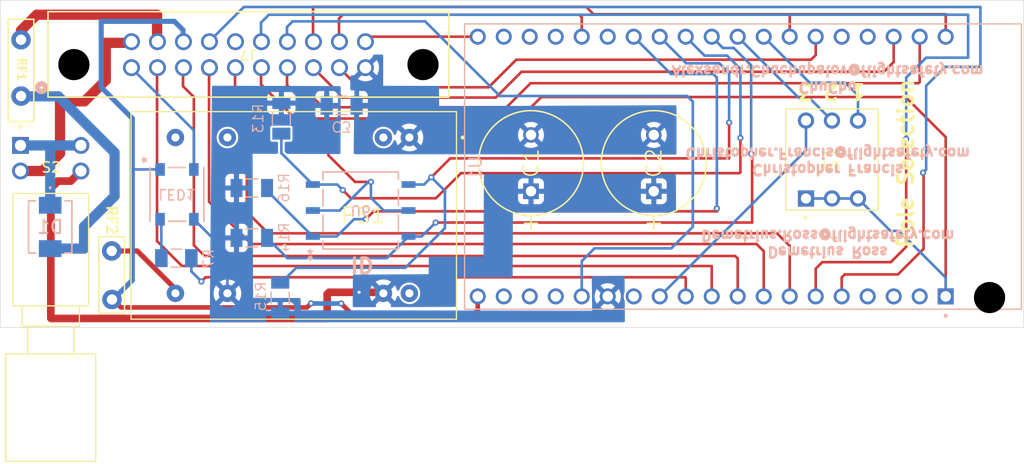
<source format=kicad_pcb>
(kicad_pcb (version 20241229) (generator "pcbnew") (generator_version "9.0")
  (layers (0 "F.Cu" signal) (2 "B.Cu" signal) (13 "F.Paste" user) (15 "B.Paste" user) (5 "F.SilkS" user "F.Silkscreen") (7 "B.SilkS" user "B.Silkscreen") (1 "F.Mask" user) (3 "B.Mask" user) (25 "Edge.Cuts" user))
  (net 0 "")
  (net 1 "+VIN")
  (net 2 "-Vin")
  (net 3 "ESP_GND2")
  (net 4 "+24V")
  (net 5 "GPIO_2")
  (net 6 "CLK")
  (net 7 "GPIO_22")
  (net 8 "+3.3V")
  (net 9 "GPIO_23")
  (net 10 "GPIO_25")
  (net 11 "GPIO_21")
  (net 12 "+VIN-dc")
  (net 13 "GPIO_ANAG_34")
  (net 14 "GPIO_26")
  (net 15 "+VOUT_esp_signal")
  (net 16 "GPIO_33")
  (net 17 "GPIO_ANAG_35")
  (net 18 "GPIO_32")
  (net 19 "GPIO_13")
  (net 20 "GPIO_27")
  (net 21 "Net-(LED1-DIN)")
  (net 26 "GPIO_5")
  (net 27 "GPIO_17")
  (net 28 "GPIO_16")
  (net 29 "GPIO_4")
  (net 30 "GPIO_18")
  (net 31 "GPIO_19")
  (net 32 "GPIO_14")
  (net 47 "/ESP-Board/+VOUT")
  (footprint "footprints:SW_DS01C-254-S-03BE" (layer "F.Cu") (at 177.485 88.2475)
    (property "Reference" "S1" (at 0 0 90) (layer "F.SilkS") (effects (font (size 1.4 1.4))))
    (property "Value" "DS01C-254-S-03BE")
    (fp_line (start -4.52 -4.95) (end 4.52 -4.95) (stroke (width 0.127)) (layer "F.SilkS"))
    (fp_line (start -4.52 4.95) (end -4.52 -4.95) (stroke (width 0.127)) (layer "F.SilkS"))
    (fp_line (start 4.52 -4.95) (end 4.52 4.95) (stroke (width 0.127)) (layer "F.SilkS"))
    (fp_line (start 4.52 4.95) (end -4.52 4.95) (stroke (width 0.127)) (layer "F.SilkS"))
    (fp_circle (center -2.6 5.7) (end -2.5 5.7) (stroke (width 0.2)) (fill no) (layer "F.SilkS"))
    (pad "1A" thru_hole rect (at -2.54 3.81) (size 1.58 1.58) (drill 1) (layers "*.Cu" "*.Mask") (net 8 "+3.3V"))
    (pad "1B" thru_hole circle (at -2.54 -3.81) (size 1.58 1.58) (drill 1) (layers "*.Cu" "*.Mask") (net 32 "GPIO_14"))
    (pad "2A" thru_hole circle (at 0 3.81) (size 1.58 1.58) (drill 1) (layers "*.Cu" "*.Mask") (net 8 "+3.3V"))
    (pad "2B" thru_hole circle (at 0 -3.81) (size 1.58 1.58) (drill 1) (layers "*.Cu" "*.Mask") (net 30 "GPIO_18"))
    (pad "3A" thru_hole circle (at 2.54 3.81) (size 1.58 1.58) (drill 1) (layers "*.Cu" "*.Mask") (net 8 "+3.3V"))
    (pad "3B" thru_hole circle (at 2.54 -3.81) (size 1.58 1.58) (drill 1) (layers "*.Cu" "*.Mask") (net 31 "GPIO_19"))
  )
  (footprint "footprints:PCAP_10x12_5-THRU-ELECT_NCA" (layer "F.Cu") (at 148.074919 91.353665 90)
    (property "Reference" "C1" (at 2.7559 0 90) (layer "F.SilkS") (effects (font (size 1.5 1.5))))
    (property "Value" "UHE2A470MPD")
    (fp_line (start -3.1369 -0.635) (end -3.1369 0.635) (stroke (width 0.1524)) (layer "F.SilkS"))
    (fp_line (start -3.7719 0) (end -2.5019 0) (stroke (width 0.1524)) (layer "F.SilkS"))
    (fp_circle (center 2.7559 0) (end 7.8867 0) (stroke (width 0.1524)) (fill no) (layer "F.SilkS"))
    (pad "1" thru_hole rect (at 0 0 90) (size 1.524 1.524) (drill 1.016) (layers "*.Cu" "*.Mask") (net 1 "+VIN"))
    (pad "2" thru_hole circle (at 5.5118 0 90) (size 1.524 1.524) (drill 1.016) (layers "*.Cu" "*.Mask") (net 2 "-Vin"))
  )
  (footprint "" (layer "F.Cu") (at 192.88 101.75)
    (property "Reference" "" (at 0 0 0) (layer "F.SilkS") (effects (font (size 1.27 1.27))))
    (property "Value" "")
    (pad "" np_thru_hole circle (at 0 0 180) (size 3.048 3.048) (drill 3.048) (layers))
  )
  (footprint "footprints:PCAP_10x12_5-THRU-ELECT_NCA" (layer "F.Cu") (at 160.074919 91.353665 90)
    (property "Reference" "C2" (at 2.7559 0 90) (layer "F.SilkS") (effects (font (size 1.5 1.5))))
    (property "Value" "UHE2A470MPD")
    (fp_line (start -3.1369 -0.635) (end -3.1369 0.635) (stroke (width 0.1524)) (layer "F.SilkS"))
    (fp_line (start -3.7719 0) (end -2.5019 0) (stroke (width 0.1524)) (layer "F.SilkS"))
    (fp_circle (center 2.7559 0) (end 7.8867 0) (stroke (width 0.1524)) (fill no) (layer "F.SilkS"))
    (pad "1" thru_hole rect (at 0 0 90) (size 1.524 1.524) (drill 1.016) (layers "*.Cu" "*.Mask") (net 1 "+VIN"))
    (pad "2" thru_hole circle (at 5.5118 0 90) (size 1.524 1.524) (drill 1.016) (layers "*.Cu" "*.Mask") (net 2 "-Vin"))
  )
  (footprint "footprints:SW_PB400EEQR1BLK" (layer "F.Cu") (at 101.15 88.1214 -90)
    (property "Reference" "S2" (at 0.9 -0.05 180) (layer "F.SilkS"))
    (property "Value" "PB400EEQR1BLK")
    (fp_line (start 19.14 4.4) (end 19.14 2.25) (stroke (width 0.127)) (layer "F.SilkS"))
    (fp_line (start 29.64 4.4) (end 19.14 4.4) (stroke (width 0.127)) (layer "F.SilkS"))
    (fp_line (start 3.44 3.7) (end 14.44 3.7) (stroke (width 0.127)) (layer "F.SilkS"))
    (fp_line (start 14.44 3.7) (end 14.44 2.8) (stroke (width 0.127)) (layer "F.SilkS"))
    (fp_line (start 14.44 2.8) (end 14.44 -2.8) (stroke (width 0.127)) (layer "F.SilkS"))
    (fp_line (start 16.44 2.8) (end 14.44 2.8) (stroke (width 0.127)) (layer "F.SilkS"))
    (fp_line (start 16.44 2.25) (end 16.44 2.8) (stroke (width 0.127)) (layer "F.SilkS"))
    (fp_line (start 19.14 2.25) (end 16.44 2.25) (stroke (width 0.127)) (layer "F.SilkS"))
    (fp_line (start 16.44 -2.25) (end 16.44 2.25) (stroke (width 0.127)) (layer "F.SilkS"))
    (fp_line (start 16.44 -2.25) (end 19.14 -2.25) (stroke (width 0.127)) (layer "F.SilkS"))
    (fp_line (start 19.14 -2.25) (end 19.14 2.25) (stroke (width 0.127)) (layer "F.SilkS"))
    (fp_line (start 19.14 -2.25) (end 19.14 -4.4) (stroke (width 0.127)) (layer "F.SilkS"))
    (fp_line (start 14.44 -2.8) (end 16.44 -2.8) (stroke (width 0.127)) (layer "F.SilkS"))
    (fp_line (start 14.44 -2.8) (end 14.44 -3.7) (stroke (width 0.127)) (layer "F.SilkS"))
    (fp_line (start 16.44 -2.8) (end 16.44 -2.25) (stroke (width 0.127)) (layer "F.SilkS"))
    (fp_line (start 3.44 -3.7) (end 3.44 3.7) (stroke (width 0.127)) (layer "F.SilkS"))
    (fp_line (start 14.44 -3.7) (end 3.44 -3.7) (stroke (width 0.127)) (layer "F.SilkS"))
    (fp_line (start 19.14 -4.4) (end 29.64 -4.4) (stroke (width 0.127)) (layer "F.SilkS"))
    (fp_line (start 29.64 -4.4) (end 29.64 4.4) (stroke (width 0.127)) (layer "F.SilkS"))
    (fp_circle (center -3.08 2.953) (end -2.98 2.953) (stroke (width 0.2)) (fill no) (layer "F.SilkS"))
    (pad "" np_thru_hole circle (at 12.65 -2.2 270) (size 1.9 1.9) (drill 1.9) (layers "*.Cu" "*.Mask"))
    (pad "" np_thru_hole circle (at 12.65 2.2 270) (size 1.9 1.9) (drill 1.9) (layers "*.Cu" "*.Mask"))
    (pad "1" thru_hole rect (at -1.25 2.95 270) (size 1.65 1.65) (drill 1.1) (layers "*.Cu" "*.Mask") (net 4 "+24V"))
    (pad "2" thru_hole circle (at 1.25 2.95 270) (size 1.65 1.65) (drill 1.1) (layers "*.Cu" "*.Mask") (net 1 "+VIN"))
    (pad "3" thru_hole circle (at -1.25 -2.95 270) (size 1.65 1.65) (drill 1.1) (layers "*.Cu" "*.Mask") (net 4 "+24V"))
    (pad "4" thru_hole circle (at 1.25 -2.95 270) (size 1.65 1.65) (drill 1.1) (layers "*.Cu" "*.Mask") (net 1 "+VIN"))
  )
  (footprint "footprints:PTC_RESET_FUSE" (layer "F.Cu") (at 98.25 76.53 -90)
    (property "Reference" "RF1" (at 2.9 -0.075 -90) (layer "F.SilkS") (effects (font (size 0.8 0.8) (thickness 0.1875))))
    (property "Value" "~" (hide yes))
    (fp_rect (start -2 -1.25) (end 8 1.25) (stroke (width 0.1524)) (fill no) (layer "F.SilkS"))
    (pad "1" thru_hole circle (at 0 0 270) (size 1.9 1.9) (drill 1.016) (layers "*.Cu" "*.Mask") (net 12 "+VIN-dc"))
    (pad "2" thru_hole circle (at 5.5118 0 270) (size 1.9 1.9) (drill 1.016) (layers "*.Cu" "*.Mask") (net 1 "+VIN"))
  )
  (footprint "footprints:CONV_REC5A-2405SW_H2" (layer "F.Cu") (at 124.895 93.715 180)
    (property "Reference" "PS1" (at -6.77 0 0) (layer "F.SilkS") (effects (font (size 1.5 1.5))))
    (property "Value" "REC5A-2405SW_H2")
    (fp_line (start 15.9 10.15) (end -15.9 10.15) (stroke (width 0.127)) (layer "F.SilkS"))
    (fp_line (start 15.9 -10.15) (end 15.9 10.15) (stroke (width 0.127)) (layer "F.SilkS"))
    (fp_line (start -15.9 10.15) (end -15.9 -10.15) (stroke (width 0.127)) (layer "F.SilkS"))
    (fp_line (start -15.9 -10.15) (end 15.9 -10.15) (stroke (width 0.127)) (layer "F.SilkS"))
    (fp_circle (center -16.51 7.62) (end -16.41 7.62) (stroke (width 0.2)) (fill no) (layer "F.SilkS"))
    (pad "2" thru_hole circle (at -11.3 7.62 180) (size 1.7 1.7) (drill 0.8) (layers "*.Cu" "*.Mask") (net 2 "-Vin"))
    (pad "3" thru_hole circle (at -8.76 7.62 180) (size 1.7 1.7) (drill 0.8) (layers "*.Cu" "*.Mask"))
    (pad "9" thru_hole circle (at 6.48 7.62 180) (size 1.7 1.7) (drill 0.8) (layers "*.Cu" "*.Mask"))
    (pad "11" thru_hole circle (at 11.56 7.62 180) (size 1.7 1.7) (drill 0.8) (layers "*.Cu" "*.Mask"))
    (pad "14" thru_hole circle (at 11.56 -7.62 180) (size 1.7 1.7) (drill 0.8) (layers "*.Cu" "*.Mask") (net 47 "/ESP-Board/+VOUT"))
    (pad "16" thru_hole circle (at 6.48 -7.62 180) (size 1.7 1.7) (drill 0.8) (layers "*.Cu" "*.Mask") (net 3 "ESP_GND2"))
    (pad "22" thru_hole circle (at -8.76 -7.62 180) (size 1.7 1.7) (drill 0.8) (layers "*.Cu" "*.Mask") (net 1 "+VIN"))
    (pad "23" thru_hole circle (at -11.3 -7.62 180) (size 1.7 1.7) (drill 0.8) (layers "*.Cu" "*.Mask"))
  )
  (footprint "footprints:PTC_RESET_FUSE" (layer "F.Cu") (at 107.111066 96.79125 -90)
    (property "Reference" "RF2" (at -2.63125 0 270) (layer "F.SilkS") (effects (font (thickness 0.2) (bold yes))))
    (property "Value" "~" (hide yes))
    (fp_rect (start -1 -1.25) (end 6.5 1.25) (stroke (width 0.1524)) (fill no) (layer "F.SilkS"))
    (pad "1" thru_hole circle (at 0.4 0 270) (size 1.9 1.9) (drill 1.016) (layers "*.Cu" "*.Mask") (net 47 "/ESP-Board/+VOUT"))
    (pad "2" thru_hole circle (at 5.15 -0.025 270) (size 1.9 1.9) (drill 1.016) (layers "*.Cu" "*.Mask") (net 15 "+VOUT_esp_signal"))
  )
  (footprint "footprints:20_pin_straight" (layer "F.Cu") (at 109.04 79.2625 180)
    (property "Reference" "J7" (at -11.43 1.27 180) (layer "F.SilkS"))
    (property "Value" "20-pin-straight")
    (fp_line (start 8.1534 5.4737) (end 8.1534 -2.8829) (stroke (width 0.1524)) (layer "F.SilkS"))
    (fp_line (start 8.1534 -2.8829) (end -31.0134 -2.8829) (stroke (width 0.1524)) (layer "F.SilkS"))
    (fp_line (start -31.0134 5.4737) (end 8.1534 5.4737) (stroke (width 0.1524)) (layer "F.SilkS"))
    (fp_line (start -31.0134 -2.8829) (end -31.0134 5.4737) (stroke (width 0.1524)) (layer "F.SilkS"))
    (fp_circle (center 8.7884 -1.95) (end 9.1694 -1.95) (stroke (width 0.508)) (fill no) (layer "F.SilkS"))
    (fp_circle (center 8.7884 -1.95) (end 9.1694 -1.95) (stroke (width 0.508)) (fill no) (layer "B.SilkS"))
    (pad "" np_thru_hole circle (at -28.4861 0.299999 180) (size 3.048 3.048) (drill 3.048) (layers))
    (pad "" np_thru_hole circle (at 5.6261 0.299999 180) (size 3.048 3.048) (drill 3.048) (layers))
    (pad "1" thru_hole circle (at 0 0 180) (size 1.651 1.651) (drill 1.143) (layers "*.Cu" "*.Mask") (net 20 "GPIO_27"))
    (pad "2" thru_hole circle (at -2.54 0 180) (size 1.651 1.651) (drill 1.143) (layers "*.Cu" "*.Mask") (net 14 "GPIO_26"))
    (pad "3" thru_hole circle (at -5.08 0 180) (size 1.651 1.651) (drill 1.143) (layers "*.Cu" "*.Mask") (net 10 "GPIO_25"))
    (pad "4" thru_hole circle (at -7.62 0 180) (size 1.651 1.651) (drill 1.143) (layers "*.Cu" "*.Mask") (net 16 "GPIO_33"))
    (pad "5" thru_hole circle (at -10.16 0 180) (size 1.651 1.651) (drill 1.143) (layers "*.Cu" "*.Mask") (net 18 "GPIO_32"))
    (pad "6" thru_hole circle (at -12.7 0 180) (size 1.651 1.651) (drill 1.143) (layers "*.Cu" "*.Mask") (net 8 "+3.3V"))
    (pad "7" thru_hole circle (at -15.24 0 180) (size 1.651 1.651) (drill 1.143) (layers "*.Cu" "*.Mask") (net 9 "GPIO_23"))
    (pad "8" thru_hole circle (at -17.78 0 180) (size 1.651 1.651) (drill 1.143) (layers "*.Cu" "*.Mask") (net 7 "GPIO_22"))
    (pad "9" thru_hole circle (at -20.32 0 180) (size 1.651 1.651) (drill 1.143) (layers "*.Cu" "*.Mask") (net 11 "GPIO_21"))
    (pad "10" thru_hole circle (at -22.86 0 180) (size 1.651 1.651) (drill 1.143) (layers "*.Cu" "*.Mask") (net 2 "-Vin"))
    (pad "11" thru_hole circle (at 0 2.54 180) (size 1.651 1.651) (drill 1.143) (layers "*.Cu" "*.Mask") (net 1 "+VIN"))
    (pad "12" thru_hole circle (at -2.54 2.54 180) (size 1.651 1.651) (drill 1.143) (layers "*.Cu" "*.Mask") (net 12 "+VIN-dc"))
    (pad "13" thru_hole circle (at -5.08 2.54 180) (size 1.651 1.651) (drill 1.143) (layers "*.Cu" "*.Mask") (net 15 "+VOUT_esp_signal"))
    (pad "14" thru_hole circle (at -7.62 2.54 180) (size 1.651 1.651) (drill 1.143) (layers "*.Cu" "*.Mask") (net 13 "GPIO_ANAG_34"))
    (pad "15" thru_hole circle (at -10.16 2.54 180) (size 1.651 1.651) (drill 1.143) (layers "*.Cu" "*.Mask"))
    (pad "16" thru_hole circle (at -12.7 2.54 180) (size 1.651 1.651) (drill 1.143) (layers "*.Cu" "*.Mask") (net 17 "GPIO_ANAG_35"))
    (pad "17" thru_hole circle (at -15.24 2.54 180) (size 1.651 1.651) (drill 1.143) (layers "*.Cu" "*.Mask") (net 19 "GPIO_13"))
    (pad "18" thru_hole circle (at -17.78 2.54 180) (size 1.651 1.651) (drill 1.143) (layers "*.Cu" "*.Mask") (net 3 "ESP_GND2"))
    (pad "19" thru_hole circle (at -20.32 2.54 180) (size 1.651 1.651) (drill 1.143) (layers "*.Cu" "*.Mask") (net 5 "GPIO_2"))
    (pad "20" thru_hole circle (at -22.86 2.54 180) (size 1.651 1.651) (drill 1.143) (layers "*.Cu" "*.Mask") (net 6 "CLK"))
  )
  (footprint "footprints:COM-16347_SPK" (layer "B.Cu") (at 113.484999 91.655 -90)
    (property "Reference" "LED1" (at 0 0 180) (layer "B.SilkS") (effects (justify mirror)))
    (property "Value" "COM-16347")
    (fp_line (start 2.6289 2.6289) (end -2.6289 2.6289) (stroke (width 0.1524)) (layer "B.SilkS"))
    (fp_line (start -2.6289 0.847359) (end -2.6289 -0.847359) (stroke (width 0.1524)) (layer "B.SilkS"))
    (fp_line (start 2.6289 -0.847359) (end 2.6289 0.847359) (stroke (width 0.1524)) (layer "B.SilkS"))
    (fp_line (start -2.6289 -2.6289) (end 2.6289 -2.6289) (stroke (width 0.1524)) (layer "B.SilkS"))
    (fp_text user "*" (at -3.37 2.859999 90) (layer "B.SilkS") (effects (justify mirror)))
    (fp_text user "*" (at -3.37 2.859999 90) (layer "B.SilkS") (effects (justify mirror)))
    (pad "1" smd rect (at -2.4384 1.649999 270) (size 1.2446 0.9398) (layers "B.Cu" "B.Mask" "B.Paste") (net 15 "+VOUT_esp_signal"))
    (pad "2" smd rect (at -2.4384 -1.649999 270) (size 1.2446 0.9398) (layers "B.Cu" "B.Mask" "B.Paste") (net 20 "GPIO_27"))
    (pad "3" smd rect (at 2.4384 -1.649999 270) (size 1.2446 0.9398) (layers "B.Cu" "B.Mask" "B.Paste") (net 3 "ESP_GND2"))
    (pad "4" smd rect (at 2.4384 1.649999 270) (size 1.2446 0.9398) (layers "B.Cu" "B.Mask" "B.Paste") (net 21 "Net-(LED1-DIN)"))
  )
  (footprint "footprints:SH-7070TB_7P1X7P3_NDC" (layer "B.Cu") (at 131.435 93.235)
    (property "Reference" "U6" (at 0 0 180) (layer "B.SilkS") (effects (justify mirror)))
    (property "Value" "SH-7070TB")
    (fp_line (start -3.683 -3.7719) (end 3.683 -3.7719) (stroke (width 0.1524)) (layer "B.SilkS"))
    (fp_line (start -3.683 -3.003665) (end -3.683 -3.7719) (stroke (width 0.1524)) (layer "B.SilkS"))
    (fp_line (start -3.683 -0.463665) (end -3.683 -2.076335) (stroke (width 0.1524)) (layer "B.SilkS"))
    (fp_line (start -3.683 2.076335) (end -3.683 0.463665) (stroke (width 0.1524)) (layer "B.SilkS"))
    (fp_line (start -3.683 3.7719) (end -3.683 3.003665) (stroke (width 0.1524)) (layer "B.SilkS"))
    (fp_line (start 3.683 -3.7719) (end 3.683 -3.003665) (stroke (width 0.1524)) (layer "B.SilkS"))
    (fp_line (start 3.683 -2.076335) (end 3.683 -0.463665) (stroke (width 0.1524)) (layer "B.SilkS"))
    (fp_line (start 3.683 0.463665) (end 3.683 2.076335) (stroke (width 0.1524)) (layer "B.SilkS"))
    (fp_line (start 3.683 3.003665) (end 3.683 3.7719) (stroke (width 0.1524)) (layer "B.SilkS"))
    (fp_line (start 3.683 3.7719) (end -3.683 3.7719) (stroke (width 0.1524)) (layer "B.SilkS"))
    (fp_text user "*" (at -4.9276 4.3434 180) (layer "B.SilkS") (effects (justify mirror)))
    (fp_text user "*" (at -4.9276 4.3434 180) (layer "B.SilkS") (effects (justify mirror)))
    (pad "1" smd rect (at -4.6736 2.54) (size 1.3716 0.6604) (layers "B.Cu" "B.Mask" "B.Paste") (net 29 "GPIO_4"))
    (pad "2" smd rect (at -4.6736 0) (size 1.3716 0.6604) (layers "B.Cu" "B.Mask" "B.Paste") (net 8 "+3.3V"))
    (pad "3" smd rect (at -4.6736 -2.54) (size 1.3716 0.6604) (layers "B.Cu" "B.Mask" "B.Paste") (net 27 "GPIO_17"))
    (pad "4" smd rect (at 4.6736 -2.54) (size 1.3716 0.6604) (layers "B.Cu" "B.Mask" "B.Paste") (net 28 "GPIO_16"))
    (pad "5" smd rect (at 4.6736 0) (size 1.3716 0.6604) (layers "B.Cu" "B.Mask" "B.Paste") (net 8 "+3.3V"))
    (pad "6" smd rect (at 4.6736 2.54) (size 1.3716 0.6604) (layers "B.Cu" "B.Mask" "B.Paste") (net 26 "GPIO_5"))
  )
  (footprint "footprints:RESC3216X75N" (layer "B.Cu") (at 123.575 101.785 -90)
    (property "Reference" "R15" (at -0.15 1.9 90) (layer "B.SilkS") (effects (font (thickness 0.125)) (justify mirror)))
    (property "Value" "CR1206-FX-1002ELF")
    (fp_line (start -0.59 0.88) (end 0.59 0.88) (stroke (width 0.127)) (layer "B.SilkS"))
    (fp_line (start -0.59 -0.88) (end 0.59 -0.88) (stroke (width 0.127)) (layer "B.SilkS"))
    (pad "1" smd rect (at -1.494 0 270) (size 1.17 1.77) (layers "B.Cu" "B.Mask" "B.Paste") (net 28 "GPIO_16"))
    (pad "2" smd rect (at 1.494 0 270) (size 1.17 1.77) (layers "B.Cu" "B.Mask" "B.Paste") (net 3 "ESP_GND2"))
  )
  (footprint "footprints:RESC3216X75N" (layer "B.Cu") (at 120.795 91.035 180)
    (property "Reference" "R16" (at -3.145 0.025 90) (layer "B.SilkS") (effects (font (thickness 0.125)) (justify mirror)))
    (property "Value" "CR1206-FX-1002ELF")
    (fp_line (start -0.59 0.88) (end 0.59 0.88) (stroke (width 0.127)) (layer "B.SilkS"))
    (fp_line (start -0.59 -0.88) (end 0.59 -0.88) (stroke (width 0.127)) (layer "B.SilkS"))
    (pad "1" smd rect (at -1.494 0 180) (size 1.17 1.77) (layers "B.Cu" "B.Mask" "B.Paste") (net 29 "GPIO_4"))
    (pad "2" smd rect (at 1.494 0 180) (size 1.17 1.77) (layers "B.Cu" "B.Mask" "B.Paste") (net 3 "ESP_GND2"))
  )
  (footprint "footprints:RESC3216X70N" (layer "B.Cu") (at 113.425 97.895)
    (property "Reference" "R7" (at 3.149919 0.069515 90) (layer "B.SilkS") (effects (font (thickness 0.125)) (justify mirror)))
    (property "Value" "CRL1206-FW-R330ELF")
    (fp_line (start -0.53 -0.88) (end 0.53 -0.88) (stroke (width 0.127)) (layer "B.SilkS"))
    (fp_line (start -0.53 0.88) (end 0.53 0.88) (stroke (width 0.127)) (layer "B.SilkS"))
    (pad "1" smd rect (at -1.466 0) (size 1.23 1.77) (layers "B.Cu" "B.Mask" "B.Paste") (net 21 "Net-(LED1-DIN)"))
    (pad "2" smd rect (at 1.466 0) (size 1.23 1.77) (layers "B.Cu" "B.Mask" "B.Paste") (net 20 "GPIO_27"))
  )
  (footprint "footprints:MODULE_ESP32-DEVKITC-32D" (layer "B.Cu") (at 168.835 88.935 90)
    (property "Reference" "U1" (at -0.16 -26.18 90) (layer "B.SilkS") (effects (font (size 1.2 1.2)) (justify mirror)))
    (property "Value" "ESP32-DEVKITC-32D")
    (fp_line (start 13.95 -27.25) (end -13.95 -27.25) (stroke (width 0.127)) (layer "B.SilkS"))
    (fp_line (start -13.95 -27.25) (end -13.95 27.15) (stroke (width 0.127)) (layer "B.SilkS"))
    (fp_line (start 13.95 27.15) (end 13.95 -27.25) (stroke (width 0.127)) (layer "B.SilkS"))
    (fp_line (start -13.95 27.15) (end 13.95 27.15) (stroke (width 0.127)) (layer "B.SilkS"))
    (fp_circle (center -14.6 19.76) (end -14.5 19.76) (stroke (width 0.2)) (fill no) (layer "B.SilkS"))
    (pad "J2-1" thru_hole rect (at -12.7 19.76 90) (size 1.56 1.56) (drill 1.04) (layers "*.Cu" "*.Mask") (net 8 "+3.3V"))
    (pad "J2-2" thru_hole circle (at -12.7 17.22 90) (size 1.56 1.56) (drill 1.04) (layers "*.Cu" "*.Mask"))
    (pad "J2-3" thru_hole circle (at -12.7 14.68 90) (size 1.56 1.56) (drill 1.04) (layers "*.Cu" "*.Mask"))
    (pad "J2-4" thru_hole circle (at -12.7 12.14 90) (size 1.56 1.56) (drill 1.04) (layers "*.Cu" "*.Mask"))
    (pad "J2-5" thru_hole circle (at -12.7 9.6 90) (size 1.56 1.56) (drill 1.04) (layers "*.Cu" "*.Mask") (net 13 "GPIO_ANAG_34"))
    (pad "J2-6" thru_hole circle (at -12.7 7.06 90) (size 1.56 1.56) (drill 1.04) (layers "*.Cu" "*.Mask") (net 17 "GPIO_ANAG_35"))
    (pad "J2-7" thru_hole circle (at -12.7 4.52 90) (size 1.56 1.56) (drill 1.04) (layers "*.Cu" "*.Mask") (net 18 "GPIO_32"))
    (pad "J2-8" thru_hole circle (at -12.7 1.98 90) (size 1.56 1.56) (drill 1.04) (layers "*.Cu" "*.Mask") (net 16 "GPIO_33"))
    (pad "J2-9" thru_hole circle (at -12.7 -0.56 90) (size 1.56 1.56) (drill 1.04) (layers "*.Cu" "*.Mask") (net 10 "GPIO_25"))
    (pad "J2-10" thru_hole circle (at -12.7 -3.1 90) (size 1.56 1.56) (drill 1.04) (layers "*.Cu" "*.Mask") (net 14 "GPIO_26"))
    (pad "J2-11" thru_hole circle (at -12.7 -5.64 90) (size 1.56 1.56) (drill 1.04) (layers "*.Cu" "*.Mask") (net 20 "GPIO_27"))
    (pad "J2-12" thru_hole circle (at -12.7 -8.18 90) (size 1.56 1.56) (drill 1.04) (layers "*.Cu" "*.Mask") (net 32 "GPIO_14"))
    (pad "J2-13" thru_hole circle (at -12.7 -10.72 90) (size 1.56 1.56) (drill 1.04) (layers "*.Cu" "*.Mask"))
    (pad "J2-14" thru_hole circle (at -12.7 -13.26 90) (size 1.56 1.56) (drill 1.04) (layers "*.Cu" "*.Mask") (net 3 "ESP_GND2"))
    (pad "J2-15" thru_hole circle (at -12.7 -15.8 90) (size 1.56 1.56) (drill 1.04) (layers "*.Cu" "*.Mask") (net 19 "GPIO_13"))
    (pad "J2-16" thru_hole circle (at -12.7 -18.34 90) (size 1.56 1.56) (drill 1.04) (layers "*.Cu" "*.Mask"))
    (pad "J2-17" thru_hole circle (at -12.7 -20.88 90) (size 1.56 1.56) (drill 1.04) (layers "*.Cu" "*.Mask"))
    (pad "J2-18" thru_hole circle (at -12.7 -23.42 90) (size 1.56 1.56) (drill 1.04) (layers "*.Cu" "*.Mask"))
    (pad "J2-19" thru_hole circle (at -12.7 -25.96 90) (size 1.56 1.56) (drill 1.04) (layers "*.Cu" "*.Mask") (net 15 "+VOUT_esp_signal"))
    (pad "J3-1" thru_hole circle (at 12.7 19.76 90) (size 1.56 1.56) (drill 1.04) (layers "*.Cu" "*.Mask") (net 3 "ESP_GND2"))
    (pad "J3-2" thru_hole circle (at 12.7 17.22 90) (size 1.56 1.56) (drill 1.04) (layers "*.Cu" "*.Mask") (net 9 "GPIO_23"))
    (pad "J3-3" thru_hole circle (at 12.7 14.68 90) (size 1.56 1.56) (drill 1.04) (layers "*.Cu" "*.Mask") (net 7 "GPIO_22"))
    (pad "J3-4" thru_hole circle (at 12.7 12.14 90) (size 1.56 1.56) (drill 1.04) (layers "*.Cu" "*.Mask"))
    (pad "J3-5" thru_hole circle (at 12.7 9.6 90) (size 1.56 1.56) (drill 1.04) (layers "*.Cu" "*.Mask"))
    (pad "J3-6" thru_hole circle (at 12.7 7.06 90) (size 1.56 1.56) (drill 1.04) (layers "*.Cu" "*.Mask") (net 11 "GPIO_21"))
    (pad "J3-7" thru_hole circle (at 12.7 4.52 90) (size 1.56 1.56) (drill 1.04) (layers "*.Cu" "*.Mask") (net 3 "ESP_GND2"))
    (pad "J3-8" thru_hole circle (at 12.7 1.98 90) (size 1.56 1.56) (drill 1.04) (layers "*.Cu" "*.Mask") (net 31 "GPIO_19"))
    (pad "J3-9" thru_hole circle (at 12.7 -0.56 90) (size 1.56 1.56) (drill 1.04) (layers "*.Cu" "*.Mask") (net 30 "GPIO_18"))
    (pad "J3-10" thru_hole circle (at 12.7 -3.1 90) (size 1.56 1.56) (drill 1.04) (layers "*.Cu" "*.Mask") (net 26 "GPIO_5"))
    (pad "J3-11" thru_hole circle (at 12.7 -5.64 90) (size 1.56 1.56) (drill 1.04) (layers "*.Cu" "*.Mask") (net 27 "GPIO_17"))
    (pad "J3-12" thru_hole circle (at 12.7 -8.18 90) (size 1.56 1.56) (drill 1.04) (layers "*.Cu" "*.Mask") (net 28 "GPIO_16"))
    (pad "J3-13" thru_hole circle (at 12.7 -10.72 90) (size 1.56 1.56) (drill 1.04) (layers "*.Cu" "*.Mask") (net 29 "GPIO_4"))
    (pad "J3-14" thru_hole circle (at 12.7 -13.26 90) (size 1.56 1.56) (drill 1.04) (layers "*.Cu" "*.Mask"))
    (pad "J3-15" thru_hole circle (at 12.7 -15.8 90) (size 1.56 1.56) (drill 1.04) (layers "*.Cu" "*.Mask") (net 5 "GPIO_2"))
    (pad "J3-16" thru_hole circle (at 12.7 -18.34 90) (size 1.56 1.56) (drill 1.04) (layers "*.Cu" "*.Mask"))
    (pad "J3-17" thru_hole circle (at 12.7 -20.88 90) (size 1.56 1.56) (drill 1.04) (layers "*.Cu" "*.Mask"))
    (pad "J3-18" thru_hole circle (at 12.7 -23.42 90) (size 1.56 1.56) (drill 1.04) (layers "*.Cu" "*.Mask"))
    (pad "J3-19" thru_hole circle (at 12.7 -25.96 90) (size 1.56 1.56) (drill 1.04) (layers "*.Cu" "*.Mask") (net 6 "CLK"))
  )
  (footprint "footprints:DO214AASMB_CIP-L" (layer "B.Cu") (at 101.1 94.8423 -90)
    (property "Reference" "D1" (at 0 0 0) (layer "B.SilkS") (effects (font (size 1.3 1.3) (thickness 0.2)) (justify mirror)))
    (property "Value" "SS34B-HF")
    (fp_line (start -2.5527 2.1209) (end -2.5527 1.43764) (stroke (width 0.1524)) (layer "B.SilkS"))
    (fp_line (start 2.5527 2.1209) (end -2.5527 2.1209) (stroke (width 0.1524)) (layer "B.SilkS"))
    (fp_line (start 2.5527 1.43764) (end 2.5527 2.1209) (stroke (width 0.1524)) (layer "B.SilkS"))
    (fp_line (start -2.5527 -1.43764) (end -2.5527 -2.1209) (stroke (width 0.1524)) (layer "B.SilkS"))
    (fp_line (start -2.5527 -2.1209) (end 2.5527 -2.1209) (stroke (width 0.1524)) (layer "B.SilkS"))
    (fp_line (start 2.5527 -2.1209) (end 2.5527 -1.43764) (stroke (width 0.1524)) (layer "B.SilkS"))
    (fp_circle (center -3.8354 0) (end -3.7592 0) (stroke (width 0.1524)) (fill no) (layer "B.SilkS"))
    (pad "1" smd rect (at -2.1209 0 270) (size 1.651 2.2098) (layers "B.Cu" "B.Mask" "B.Paste") (net 4 "+24V"))
    (pad "2" smd rect (at 2.1209 0 270) (size 1.651 2.2098) (layers "B.Cu" "B.Mask" "B.Paste") (net 1 "+VIN"))
    (zone (net 0) (net_name "") (layer "B.Cu") (connect_pads (clearance 0)) (min_thickness 0.254)
      (keepout (tracks not_allowed) (vias not_allowed) (pads allowed) (copperpour not_allowed) (footprints allowed))
      (fill (thermal_gap 0.508) (thermal_bridge_width 0.508))
      (polygon (pts (xy 99.1569 93.5977) (xy 99.1569 96.0869) (xy 103.0431 96.0869) (xy 103.0431 93.5977)))
    )
  )
  (footprint "footprints:CAPC3216X180N" (layer "B.Cu") (at 129.575 82.955)
    (property "Reference" "C3" (at -0.025 2.075 180) (layer "B.SilkS") (effects (font (thickness 0.125)) (justify mirror)))
    (property "Value" "1000pf/3kV")
    (fp_line (start -0.54 -0.9) (end 0.54 -0.9) (stroke (width 0.127)) (layer "B.SilkS"))
    (fp_line (start -0.54 0.9) (end 0.54 0.9) (stroke (width 0.127)) (layer "B.SilkS"))
    (pad "1" smd rect (at -1.46 0) (size 1.2 1.82) (layers "B.Cu" "B.Mask" "B.Paste") (net 3 "ESP_GND2"))
    (pad "2" smd rect (at 1.46 0) (size 1.2 1.82) (layers "B.Cu" "B.Mask" "B.Paste") (net 2 "-Vin"))
  )
  (footprint "footprints:RESC3216X75N" (layer "B.Cu") (at 120.795 95.915 180)
    (property "Reference" "R14" (at -3.165 0.050485 270) (layer "B.SilkS") (effects (font (thickness 0.125)) (justify mirror)))
    (property "Value" "CR1206-FX-1002ELF")
    (fp_line (start -0.59 0.88) (end 0.59 0.88) (stroke (width 0.127)) (layer "B.SilkS"))
    (fp_line (start -0.59 -0.88) (end 0.59 -0.88) (stroke (width 0.127)) (layer "B.SilkS"))
    (pad "1" smd rect (at -1.494 0 180) (size 1.17 1.77) (layers "B.Cu" "B.Mask" "B.Paste") (net 26 "GPIO_5"))
    (pad "2" smd rect (at 1.494 0 180) (size 1.17 1.77) (layers "B.Cu" "B.Mask" "B.Paste") (net 3 "ESP_GND2"))
  )
  (footprint "footprints:RESC3216X75N" (layer "B.Cu") (at 123.685 84.225 90)
    (property "Reference" "R13" (at 0 -2.265 90) (layer "B.SilkS") (effects (font (thickness 0.125)) (justify mirror)))
    (property "Value" "CR1206-FX-1002ELF")
    (fp_line (start -0.59 -0.88) (end 0.59 -0.88) (stroke (width 0.127)) (layer "B.SilkS"))
    (fp_line (start -0.59 0.88) (end 0.59 0.88) (stroke (width 0.127)) (layer "B.SilkS"))
    (pad "1" smd rect (at -1.494 0 90) (size 1.17 1.77) (layers "B.Cu" "B.Mask" "B.Paste") (net 27 "GPIO_17"))
    (pad "2" smd rect (at 1.494 0 90) (size 1.17 1.77) (layers "B.Cu" "B.Mask" "B.Paste") (net 3 "ESP_GND2"))
  )
  (gr_rect (start 96.22 72.67) (end 196.22 104.67) (stroke (width 0.05)) (fill no) (layer "Edge.Cuts"))
  (gr_text "1 2 3" (at 180.874919 80.714515 180) (layer "F.SilkS") (effects (font (size 1.5 1.5) (thickness 0.3) (bold yes)) (justify left bottom)))
  (gr_text "Role Selection" (at 185.574919 97.064515 90) (layer "F.SilkS") (effects (font (size 1.5 1.5) (thickness 0.3) (bold yes)) (justify left bottom)))
  (gr_text "ID" (at 130.274919 99.564515 0) (layer "B.SilkS") (effects (font (size 1.5 1.5) (thickness 0.3) (bold yes)) (justify left bottom)))
  (gr_text "Demetrius Ross\nDemetrius.Ross@flightsafety.com\n\n\n\nChristopher Francis\nChristopher.Francis@flightsafety.com\n\n\n\nChuChu\nAlexsandr.Chuchupalov@flightsafety.com" (at 177.075 88.435 180) (layer "B.SilkS") (effects (font (size 1 1) (thickness 0.25) (bold yes)) (justify mirror)))
  (segment (start 101.16 91.0605) (end 101.86 90.3605) (width 0.75) (layer "F.Cu") (net 1))
  (segment (start 131.285 101.235) (end 133.975 101.235) (width 0.75) (layer "F.Cu") (net 1))
  (segment (start 128.345 101.235) (end 128.16 101.42) (width 0.75) (layer "F.Cu") (net 1))
  (segment (start 102.06 87.6605) (end 100.3491 89.3714) (width 1) (layer "F.Cu") (net 1))
  (segment (start 128.16 101.42) (end 128.16 103.794) (width 0.75) (layer "F.Cu") (net 1))
  (segment (start 101.16 103.7595) (end 101.16 91.0605) (width 0.75) (layer "F.Cu") (net 1))
  (segment (start 106.535 80.485) (end 104.46 82.56) (width 1) (layer "F.Cu") (net 1))
  (segment (start 103.1109 90.3605) (end 104.1 89.3714) (width 0.75) (layer "F.Cu") (net 1))
  (segment (start 109 76.7225) (end 108.8875 76.835) (width 1) (layer "F.Cu") (net 1))
  (segment (start 104.46 82.56) (end 102.06 82.56) (width 1) (layer "F.Cu") (net 1))
  (segment (start 128.16 103.794) (end 101.1945 103.794) (width 0.75) (layer "F.Cu") (net 1))
  (segment (start 101.1945 103.794) (end 101.16 103.7595) (width 0.75) (layer "F.Cu") (net 1))
  (segment (start 102.06 82.56) (end 102.06 87.6605) (width 1) (layer "F.Cu") (net 1))
  (segment (start 131.285 101.235) (end 128.345 101.235) (width 0.75) (layer "F.Cu") (net 1))
  (segment (start 100.3491 89.3714) (end 98.2 89.3714) (width 1) (layer "F.Cu") (net 1))
  (segment (start 108.8875 76.835) (end 106.535 76.835) (width 1) (layer "F.Cu") (net 1))
  (segment (start 101.86 90.3605) (end 103.1109 90.3605) (width 0.75) (layer "F.Cu") (net 1))
  (segment (start 106.535 76.835) (end 106.535 80.485) (width 1) (layer "F.Cu") (net 1))
  (via (at 131.285 101.235) (size 0.6) (drill 0.3) (layers "F.Cu" "B.Cu") (net 1))
  (segment (start 98.2782 82.07) (end 98.25 82.0418) (width 1) (layer "B.Cu") (net 1))
  (segment (start 104.41 94.81) (end 107.385 91.835) (width 1) (layer "B.Cu") (net 1))
  (segment (start 101.895 82.07) (end 98.2782 82.07) (width 1) (layer "B.Cu") (net 1))
  (segment (start 101.1 96.9632) (end 101.1027 96.9605) (width 1) (layer "B.Cu") (net 1))
  (segment (start 107.385 87.56) (end 101.895 82.07) (width 1) (layer "B.Cu") (net 1))
  (segment (start 107.385 91.835) (end 107.385 87.56) (width 1) (layer "B.Cu") (net 1))
  (segment (start 101.1027 96.9605) (end 104.41 96.9605) (width 1) (layer "B.Cu") (net 1))
  (segment (start 104.41 96.9605) (end 104.41 94.81) (width 1) (layer "B.Cu") (net 1))
  (segment (start 154.19 74.04) (end 153.46 73.31) (width 0.254) (layer "F.Cu") (net 3))
  (segment (start 126.86 73.31) (end 126.78 73.39) (width 0.254) (layer "F.Cu") (net 3))
  (segment (start 126.78 73.39) (end 126.78 76.7225) (width 0.254) (layer "F.Cu") (net 3))
  (segment (start 173.38 74.04) (end 154.19 74.04) (width 0.254) (layer "F.Cu") (net 3))
  (segment (start 153.46 73.31) (end 126.86 73.31) (width 0.254) (layer "F.Cu") (net 3))
  (segment (start 188.595 74.04) (end 188.595 76.235) (width 0.254) (layer "F.Cu") (net 3))
  (segment (start 173.355 76.235) (end 173.355 74.065) (width 0.254) (layer "F.Cu") (net 3))
  (segment (start 173.38 74.04) (end 188.595 74.04) (width 0.254) (layer "F.Cu") (net 3))
  (segment (start 173.355 74.065) (end 173.38 74.04) (width 0.2) (layer "F.Cu") (net 3))
  (segment (start 118.415 97.373402) (end 118.415 101.335) (width 0.254) (layer "B.Cu") (net 3))
  (segment (start 115.134998 94.0934) (end 118.415 97.373402) (width 0.254) (layer "B.Cu") (net 3))
  (segment (start 101.1 92.7214) (end 101.1 86.9214) (width 1) (layer "B.Cu") (net 4))
  (segment (start 101.05 86.8714) (end 98.2 86.8714) (width 1) (layer "B.Cu") (net 4))
  (segment (start 101.15 86.8714) (end 104.1 86.8714) (width 1) (layer "B.Cu") (net 4))
  (segment (start 101.16 87.9105) (end 101.21 87.8605) (width 0.254) (layer "B.Cu") (net 4))
  (segment (start 101.16 87.9105) (end 101.11 87.8605) (width 0.254) (layer "B.Cu") (net 4))
  (segment (start 153.035 76.235) (end 153.035 74.335) (width 0.254) (layer "F.Cu") (net 5))
  (segment (start 129.32 74.45) (end 129.32 76.7225) (width 0.254) (layer "F.Cu") (net 5))
  (segment (start 153.035 74.335) (end 152.785 74.085) (width 0.254) (layer "F.Cu") (net 5))
  (segment (start 152.785 74.085) (end 129.685 74.085) (width 0.254) (layer "F.Cu") (net 5))
  (segment (start 152.635 75.8475) (end 152.635 75.835) (width 0.254) (layer "F.Cu") (net 5))
  (segment (start 129.685 74.085) (end 129.32 74.45) (width 0.254) (layer "F.Cu") (net 5))
  (segment (start 142.875 76.235) (end 132.3475 76.235) (width 0.254) (layer "F.Cu") (net 6))
  (segment (start 131.86 76.7225) (end 131.8725 76.735) (width 0.254) (layer "F.Cu") (net 6))
  (segment (start 132.3475 76.235) (end 131.86 76.7225) (width 0.254) (layer "F.Cu") (net 6))
  (segment (start 142.4625 75.835) (end 142.475 75.8475) (width 0.254) (layer "F.Cu") (net 6))
  (segment (start 129.32 81.8025) (end 126.78 79.2625) (width 0.254) (layer "F.Cu") (net 7))
  (segment (start 183.515 76.235) (end 183.515 78.705) (width 0.254) (layer "F.Cu") (net 7))
  (segment (start 129.635 82.185) (end 129.32 81.87) (width 0.254) (layer "F.Cu") (net 7))
  (segment (start 147.1575 79.6625) (end 144.635 82.185) (width 0.254) (layer "F.Cu") (net 7))
  (segment (start 183.515 78.705) (end 182.5575 79.6625) (width 0.254) (layer "F.Cu") (net 7))
  (segment (start 182.5575 79.6625) (end 147.1575 79.6625) (width 0.254) (layer "F.Cu") (net 7))
  (segment (start 144.635 82.185) (end 129.635 82.185) (width 0.254) (layer "F.Cu") (net 7))
  (segment (start 129.32 81.87) (end 129.32 81.8025) (width 0.254) (layer "F.Cu") (net 7))
  (segment (start 128.285 84.235) (end 146.985 84.235) (width 0.254) (layer "F.Cu") (net 8))
  (segment (start 146.985 84.235) (end 149.085 82.135) (width 0.254) (layer "F.Cu") (net 8))
  (segment (start 149.085 82.135) (end 184.6725 82.135) (width 0.254) (layer "F.Cu") (net 8))
  (segment (start 128.285 84.235) (end 125.035 84.235) (width 0.254) (layer "F.Cu") (net 8))
  (segment (start 188.595 86.0575) (end 188.595 101.635) (width 0.254) (layer "F.Cu") (net 8))
  (segment (start 121.7 80.9) (end 121.7 79.2625) (width 0.254) (layer "F.Cu") (net 8))
  (segment (start 184.6725 82.135) (end 188.595 86.0575) (width 0.254) (layer "F.Cu") (net 8))
  (segment (start 132.435 90.435) (end 130.885 90.435) (width 0.254) (layer "F.Cu") (net 8))
  (segment (start 128.285 87.835) (end 128.285 84.235) (width 0.254) (layer "F.Cu") (net 8))
  (segment (start 130.885 90.435) (end 128.285 87.835) (width 0.254) (layer "F.Cu") (net 8))
  (segment (start 125.035 84.235) (end 121.7 80.9) (width 0.254) (layer "F.Cu") (net 8))
  (via (at 132.435 90.435) (size 0.6) (drill 0.3) (layers "F.Cu" "B.Cu") (net 8))
  (segment (start 132.435 91.985) (end 133.685 93.235) (width 0.254) (layer "B.Cu") (net 8))
  (segment (start 188.595 99.795) (end 184.035 95.235) (width 0.254) (layer "B.Cu") (net 8))
  (segment (start 132.185 90.435) (end 129.385 93.235) (width 0.254) (layer "B.Cu") (net 8))
  (segment (start 180.025 92.0575) (end 177.485 92.0575) (width 0.254) (layer "B.Cu") (net 8))
  (segment (start 183.2025 95.235) (end 180.025 92.0575) (width 0.254) (layer "B.Cu") (net 8))
  (segment (start 129.385 93.235) (end 126.7614 93.235) (width 0.254) (layer "B.Cu") (net 8))
  (segment (start 132.435 90.435) (end 132.185 90.435) (width 0.254) (layer "B.Cu") (net 8))
  (segment (start 188.595 101.635) (end 188.595 99.795) (width 0.254) (layer "B.Cu") (net 8))
  (segment (start 133.685 93.235) (end 136.1086 93.235) (width 0.254) (layer "B.Cu") (net 8))
  (segment (start 132.435 90.435) (end 132.435 91.985) (width 0.254) (layer "B.Cu") (net 8))
  (segment (start 177.485 92.0575) (end 174.945 92.0575) (width 0.254) (layer "B.Cu") (net 8))
  (segment (start 184.035 95.235) (end 183.2025 95.235) (width 0.254) (layer "B.Cu") (net 8))
  (segment (start 148.035 80.785) (end 145.685 83.135) (width 0.254) (layer "F.Cu") (net 9))
  (segment (start 125.44 82.18) (end 124.24 80.98) (width 0.254) (layer "F.Cu") (net 9))
  (segment (start 124.24 80.98) (end 124.24 79.2625) (width 0.254) (layer "F.Cu") (net 9))
  (segment (start 186.055 80.665) (end 185.935 80.785) (width 0.254) (layer "F.Cu") (net 9))
  (segment (start 145.685 83.135) (end 127.735 83.135) (width 0.254) (layer "F.Cu") (net 9))
  (segment (start 186.055 76.235) (end 186.055 80.665) (width 0.254) (layer "F.Cu") (net 9))
  (segment (start 126.78 82.18) (end 125.44 82.18) (width 0.254) (layer "F.Cu") (net 9))
  (segment (start 185.935 80.785) (end 148.035 80.785) (width 0.254) (layer "F.Cu") (net 9))
  (segment (start 127.735 83.135) (end 126.78 82.18) (width 0.254) (layer "F.Cu") (net 9))
  (segment (start 168.275 97.925) (end 168.275 101.635) (width 0.254) (layer "F.Cu") (net 10))
  (segment (start 115.135 82.135) (end 115.135 96.635) (width 0.254) (layer "F.Cu") (net 10))
  (segment (start 115.135 96.635) (end 116.185 97.685) (width 0.254) (layer "F.Cu") (net 10))
  (segment (start 168.035 97.685) (end 168.275 97.925) (width 0.254) (layer "F.Cu") (net 10))
  (segment (start 116.185 97.685) (end 168.035 97.685) (width 0.254) (layer "F.Cu") (net 10))
  (segment (start 114.08 81.08) (end 115.135 82.135) (width 0.254) (layer "F.Cu") (net 10))
  (segment (start 114.08 79.2625) (end 114.08 81.08) (width 0.254) (layer "F.Cu") (net 10))
  (segment (start 175.895 76.235) (end 175.895 78.025) (width 0.254) (layer "F.Cu") (net 11))
  (segment (start 175.435 78.485) (end 146.635 78.485) (width 0.254) (layer "F.Cu") (net 11))
  (segment (start 175.895 78.025) (end 175.435 78.485) (width 0.254) (layer "F.Cu") (net 11))
  (segment (start 146.635 78.485) (end 143.935 81.185) (width 0.254) (layer "F.Cu") (net 11))
  (segment (start 143.935 81.185) (end 131.2425 81.185) (width 0.254) (layer "F.Cu") (net 11))
  (segment (start 131.2425 81.185) (end 129.32 79.2625) (width 0.254) (layer "F.Cu") (net 11))
  (segment (start 111.535 74.085) (end 111.54 74.09) (width 1) (layer "F.Cu") (net 12))
  (segment (start 99.785 74.085) (end 98.25 75.62) (width 1) (layer "F.Cu") (net 12))
  (segment (start 111.54 74.09) (end 111.54 76.7225) (width 1) (layer "F.Cu") (net 12))
  (segment (start 98.25 75.62) (end 98.25 76.53) (width 1) (layer "F.Cu") (net 12))
  (segment (start 99.785 74.085) (end 111.535 74.085) (width 1) (layer "F.Cu") (net 12))
  (segment (start 178.735 99.485) (end 183.935 99.485) (width 0.254) (layer "F.Cu") (net 13))
  (segment (start 186.435 89.585) (end 186.385 89.535) (width 0.254) (layer "F.Cu") (net 13))
  (segment (start 178.735 99.485) (end 178.435 99.785) (width 0.254) (layer "F.Cu") (net 13))
  (segment (start 178.435 99.785) (end 178.435 101.635) (width 0.254) (layer "F.Cu") (net 13))
  (segment (start 186.435 96.985) (end 186.435 89.585) (width 0.254) (layer "F.Cu") (net 13))
  (segment (start 183.935 99.485) (end 186.435 96.985) (width 0.254) (layer "F.Cu") (net 13))
  (via (at 186.385 89.535) (size 0.6) (drill 0.3) (layers "F.Cu" "B.Cu") (net 13))
  (segment (start 186.385 89.535) (end 186.685 89.235) (width 0.254) (layer "B.Cu") (net 13))
  (segment (start 120.0125 73.33) (end 116.62 76.7225) (width 0.254) (layer "B.Cu") (net 13))
  (segment (start 186.685 81.035) (end 188.535 79.185) (width 0.254) (layer "B.Cu") (net 13))
  (segment (start 191.985 73.33) (end 120.0125 73.33) (width 0.254) (layer "B.Cu") (net 13))
  (segment (start 191.985 79.185) (end 191.985 73.33) (width 0.254) (layer "B.Cu") (net 13))
  (segment (start 186.685 89.235) (end 186.685 81.035) (width 0.254) (layer "B.Cu") (net 13))
  (segment (start 188.535 79.185) (end 191.985 79.185) (width 0.254) (layer "B.Cu") (net 13))
  (segment (start 111.54 79.2625) (end 111.54 96.229596) (width 0.254) (layer "F.Cu") (net 14))
  (segment (start 113.974919 98.664515) (end 165.705485 98.664515) (width 0.254) (layer "F.Cu") (net 14))
  (segment (start 165.735 98.69403) (end 165.735 101.635) (width 0.254) (layer "F.Cu") (net 14))
  (segment (start 165.705485 98.664515) (end 165.735 98.69403) (width 0.254) (layer "F.Cu") (net 14))
  (segment (start 111.54 96.229596) (end 113.974919 98.664515) (width 0.254) (layer "F.Cu") (net 14))
  (segment (start 126.59 102.32) (end 126.19 102.72) (width 0.45) (layer "F.Cu") (net 15))
  (segment (start 108.014816 102.72) (end 107.236066 101.94125) (width 0.45) (layer "F.Cu") (net 15))
  (segment (start 142.385 103.435) (end 142.875 102.945) (width 0.45) (layer "F.Cu") (net 15))
  (segment (start 126.19 102.72) (end 108.014816 102.72) (width 0.45) (layer "F.Cu") (net 15))
  (segment (start 129.53 102.33) (end 130.635 103.435) (width 0.45) (layer "F.Cu") (net 15))
  (segment (start 130.635 103.435) (end 142.385 103.435) (width 0.45) (layer "F.Cu") (net 15))
  (segment (start 142.875 102.945) (end 142.875 101.635) (width 0.45) (layer "F.Cu") (net 15))
  (via (at 126.59 102.32) (size 0.6) (drill 0.3) (layers "F.Cu" "B.Cu") (net 15))
  (via (at 129.53 102.33) (size 0.6) (drill 0.3) (layers "F.Cu" "B.Cu") (net 15))
  (segment (start 128.74 102.33) (end 129.53 102.33) (width 0.45) (layer "B.Cu") (net 15))
  (segment (start 106.085 81.185) (end 106.085 74.735) (width 0.5) (layer "B.Cu") (net 15))
  (segment (start 109.125 84.225) (end 106.085 81.185) (width 0.5) (layer "B.Cu") (net 15))
  (segment (start 111.835 89.2166) (end 109.1466 89.2166) (width 0.254) (layer "B.Cu") (net 15))
  (segment (start 114.08 75.58) (end 114.08 76.7225) (width 0.5) (layer "B.Cu") (net 15))
  (segment (start 106.085 74.735) (end 113.235 74.735) (width 0.5) (layer "B.Cu") (net 15))
  (segment (start 127.665 102.335) (end 128.735 102.335) (width 0.45) (layer "B.Cu") (net 15))
  (segment (start 113.235 74.735) (end 114.08 75.58) (width 0.5) (layer "B.Cu") (net 15))
  (segment (start 128.735 102.335) (end 128.74 102.33) (width 0.45) (layer "B.Cu") (net 15))
  (segment (start 107.236066 101.94125) (end 109.125 100.052316) (width 0.5) (layer "B.Cu") (net 15))
  (segment (start 126.59 102.32) (end 126.6 102.33) (width 0.45) (layer "B.Cu") (net 15))
  (segment (start 109.125 100.052316) (end 109.125 89.195) (width 0.5) (layer "B.Cu") (net 15))
  (segment (start 109.125 89.195) (end 109.125 84.225) (width 0.5) (layer "B.Cu") (net 15))
  (segment (start 126.6 102.33) (end 127.66 102.33) (width 0.45) (layer "B.Cu") (net 15))
  (segment (start 109.1466 89.2166) (end 109.125 89.195) (width 0.254) (layer "B.Cu") (net 15))
  (segment (start 127.66 102.33) (end 127.665 102.335) (width 0.45) (layer "B.Cu") (net 15))
  (segment (start 116.62 79.2625) (end 116.62 92.3825) (width 0.254) (layer "F.Cu") (net 16))
  (segment (start 116.62 92.3825) (end 120.752015 96.514515) (width 0.254) (layer "F.Cu") (net 16))
  (segment (start 170.114515 96.514515) (end 170.815 97.215) (width 0.254) (layer "F.Cu") (net 16))
  (segment (start 116.11 79.7725) (end 116.62 79.2625) (width 0.254) (layer "F.Cu") (net 16))
  (segment (start 170.815 97.215) (end 170.815 101.635) (width 0.254) (layer "F.Cu") (net 16))
  (segment (start 120.752015 96.514515) (end 170.114515 96.514515) (width 0.254) (layer "F.Cu") (net 16))
  (segment (start 184.735 96.785) (end 183.235 98.285) (width 0.254) (layer "F.Cu") (net 17))
  (segment (start 176.535 98.285) (end 175.895 98.925) (width 0.254) (layer "F.Cu") (net 17))
  (segment (start 183.235 98.285) (end 176.535 98.285) (width 0.254) (layer "F.Cu") (net 17))
  (segment (start 184.735 86.235) (end 184.735 96.785) (width 0.254) (layer "F.Cu") (net 17))
  (segment (start 175.895 98.925) (end 175.895 101.635) (width 0.254) (layer "F.Cu") (net 17))
  (via (at 184.735 86.235) (size 0.6) (drill 0.3) (layers "F.Cu" "B.Cu") (net 17))
  (segment (start 184.735 80.235) (end 186.685 78.285) (width 0.254) (layer "B.Cu") (net 17))
  (segment (start 184.735 86.235) (end 184.735 80.235) (width 0.254) (layer "B.Cu") (net 17))
  (segment (start 190.785 74.085) (end 122.465 74.085) (width 0.254) (layer "B.Cu") (net 17))
  (segment (start 122.465 74.085) (end 121.7 74.85) (width 0.254) (layer "B.Cu") (net 17))
  (segment (start 121.7 74.85) (end 121.7 76.7225) (width 0.254) (layer "B.Cu") (net 17))
  (segment (start 186.685 78.285) (end 190.785 78.285) (width 0.254) (layer "B.Cu") (net 17))
  (segment (start 190.785 78.285) (end 190.785 74.085) (width 0.254) (layer "B.Cu") (net 17))
  (segment (start 119.16 79.2625) (end 119.16 81.685) (width 0.254) (layer "F.Cu") (net 18))
  (segment (start 120.31 93.3725) (end 122.402015 95.464515) (width 0.254) (layer "F.Cu") (net 18))
  (segment (start 173.355 96.705) (end 173.355 101.635) (width 0.254) (layer "F.Cu") (net 18))
  (segment (start 119.16 81.685) (end 120.31 82.835) (width 0.254) (layer "F.Cu") (net 18))
  (segment (start 172.114515 95.464515) (end 173.355 96.705) (width 0.254) (layer "F.Cu") (net 18))
  (segment (start 122.402015 95.464515) (end 172.114515 95.464515) (width 0.254) (layer "F.Cu") (net 18))
  (segment (start 120.31 82.835) (end 120.31 93.3725) (width 0.254) (layer "F.Cu") (net 18))
  (segment (start 124.24 75.28) (end 124.785 74.735) (width 0.254) (layer "B.Cu") (net 19))
  (segment (start 124.24 76.7225) (end 124.24 75.28) (width 0.254) (layer "B.Cu") (net 19))
  (segment (start 153.035 98.185) (end 153.035 101.635) (width 0.254) (layer "B.Cu") (net 19))
  (segment (start 145.035 82.035) (end 163.335 82.035) (width 0.254) (layer "B.Cu") (net 19))
  (segment (start 124.785 74.735) (end 137.735 74.735) (width 0.254) (layer "B.Cu") (net 19))
  (segment (start 154.285 96.935) (end 153.035 98.185) (width 0.254) (layer "B.Cu") (net 19))
  (segment (start 163.885 94.835) (end 161.785 96.935) (width 0.254) (layer "B.Cu") (net 19))
  (segment (start 163.885 82.585) (end 163.885 94.835) (width 0.254) (layer "B.Cu") (net 19))
  (segment (start 161.785 96.935) (end 154.285 96.935) (width 0.254) (layer "B.Cu") (net 19))
  (segment (start 163.335 82.035) (end 163.885 82.585) (width 0.254) (layer "B.Cu") (net 19))
  (segment (start 137.735 74.735) (end 145.035 82.035) (width 0.254) (layer "B.Cu") (net 19))
  (segment (start 115.875 100.175) (end 116.285485 99.764515) (width 0.254) (layer "F.Cu") (net 20))
  (segment (start 116.285485 99.764515) (end 163.135485 99.764515) (width 0.254) (layer "F.Cu") (net 20))
  (segment (start 163.135485 99.764515) (end 163.195 99.82403) (width 0.254) (layer "F.Cu") (net 20))
  (segment (start 163.195 99.82403) (end 163.195 101.635) (width 0.254) (layer "F.Cu") (net 20))
  (via (at 115.875 100.175) (size 0.6) (drill 0.3) (layers "F.Cu" "B.Cu") (net 20))
  (segment (start 115.134998 89.2166) (end 115.134998 85.397498) (width 0.254) (layer "B.Cu") (net 20))
  (segment (start 115.875 100.175) (end 114.891 99.191) (width 0.254) (layer "B.Cu") (net 20))
  (segment (start 114.891 99.191) (end 114.891 97.895) (width 0.254) (layer "B.Cu") (net 20))
  (segment (start 115.134998 85.397498) (end 109 79.2625) (width 0.254) (layer "B.Cu") (net 20))
  (segment (start 111.959 97.895) (end 111.959 94.2174) (width 0.254) (layer "B.Cu") (net 21))
  (segment (start 111.959 94.2174) (end 111.835 94.0934) (width 0.254) (layer "B.Cu") (net 21))
  (segment (start 169.685 87.785) (end 169.585 87.685) (width 0.254) (layer "F.Cu") (net 26))
  (segment (start 138.755485 94.414515) (end 169.685 94.414515) (width 0.254) (layer "F.Cu") (net 26))
  (segment (start 169.685 94.414515) (end 169.685 87.785) (width 0.254) (layer "F.Cu") (net 26))
  (via (at 169.585 87.685) (size 0.6) (drill 0.3) (layers "F.Cu" "B.Cu") (net 26))
  (via (at 138.755485 94.414515) (size 0.6) (drill 0.3) (layers "F.Cu" "B.Cu") (net 26))
  (segment (start 169.585 87.685) (end 169.585 79.035) (width 0.254) (layer "B.Cu") (net 26))
  (segment (start 166.8225 77.335) (end 165.335 75.8475) (width 0.254) (layer "B.Cu") (net 26))
  (segment (start 169.585 79.035) (end 167.885 77.335) (width 0.254) (layer "B.Cu") (net 26))
  (segment (start 167.885 77.335) (end 166.8225 77.335) (width 0.254) (layer "B.Cu") (net 26))
  (segment (start 138.755485 94.414515) (end 137.395 95.775) (width 0.254) (layer "B.Cu") (net 26))
  (segment (start 137.395 95.775) (end 136.1086 95.775) (width 0.254) (layer "B.Cu") (net 26))
  (segment (start 133.9886 97.895) (end 136.1086 95.775) (width 0.254) (layer "B.Cu") (net 26))
  (segment (start 124.269 97.895) (end 133.9886 97.895) (width 0.254) (layer "B.Cu") (net 26))
  (segment (start 122.289 95.915) (end 124.269 97.895) (width 0.254) (layer "B.Cu") (net 26))
  (segment (start 130.485 92.035) (end 138.785 92.035) (width 0.254) (layer "F.Cu") (net 27))
  (segment (start 141.235 89.585) (end 168.435 89.585) (width 0.254) (layer "F.Cu") (net 27))
  (segment (start 168.535 89.485) (end 168.535 86.135) (width 0.254) (layer "F.Cu") (net 27))
  (segment (start 138.785 92.035) (end 141.235 89.585) (width 0.254) (layer "F.Cu") (net 27))
  (segment (start 168.435 89.585) (end 168.535 89.485) (width 0.254) (layer "F.Cu") (net 27))
  (segment (start 129.685 91.235) (end 130.485 92.035) (width 0.254) (layer "F.Cu") (net 27))
  (via (at 168.535 86.135) (size 0.6) (drill 0.3) (layers "F.Cu" "B.Cu") (net 27))
  (via (at 129.685 91.235) (size 0.6) (drill 0.3) (layers "F.Cu" "B.Cu") (net 27))
  (segment (start 123.685 85.719) (end 123.685 87.6186) (width 0.254) (layer "B.Cu") (net 27))
  (segment (start 168.535 86.135) (end 168.535 79.385) (width 0.254) (layer "B.Cu") (net 27))
  (segment (start 168.535 79.385) (end 167.235 78.085) (width 0.254) (layer "B.Cu") (net 27))
  (segment (start 167.235 78.085) (end 165.0325 78.085) (width 0.254) (layer "B.Cu") (net 27))
  (segment (start 123.685 87.6186) (end 126.7614 90.695) (width 0.254) (layer "B.Cu") (net 27))
  (segment (start 126.7614 90.695) (end 129.145 90.695) (width 0.254) (layer "B.Cu") (net 27))
  (segment (start 129.145 90.695) (end 129.685 91.235) (width 0.254) (layer "B.Cu") (net 27))
  (segment (start 165.0325 78.085) (end 162.795 75.8475) (width 0.254) (layer "B.Cu") (net 27))
  (segment (start 167.435 84.635) (end 167.435 88.135) (width 0.254) (layer "F.Cu") (net 28))
  (segment (start 167.435 88.135) (end 140.185 88.135) (width 0.254) (layer "F.Cu") (net 28))
  (segment (start 140.185 88.135) (end 138.335 89.985) (width 0.254) (layer "F.Cu") (net 28))
  (via (at 138.335 89.985) (size 0.6) (drill 0.3) (layers "F.Cu" "B.Cu") (net 28))
  (via (at 167.435 84.635) (size 0.6) (drill 0.3) (layers "F.Cu" "B.Cu") (net 28))
  (segment (start 139.665 91.315) (end 138.335 89.985) (width 0.254) (layer "B.Cu") (net 28))
  (segment (start 136.1086 90.695) (end 137.625 90.695) (width 0.254) (layer "B.Cu") (net 28))
  (segment (start 166.485 78.835) (end 163.2425 78.835) (width 0.254) (layer "B.Cu") (net 28))
  (segment (start 125.141 98.835) (end 135.795 98.835) (width 0.254) (layer "B.Cu") (net 28))
  (segment (start 135.795 98.835) (end 139.665 94.965) (width 0.254) (layer "B.Cu") (net 28))
  (segment (start 139.665 94.965) (end 139.665 91.315) (width 0.254) (layer "B.Cu") (net 28))
  (segment (start 123.575 100.291) (end 123.685 100.291) (width 0.254) (layer "B.Cu") (net 28))
  (segment (start 137.625 90.695) (end 138.335 89.985) (width 0.254) (layer "B.Cu") (net 28))
  (segment (start 123.685 100.291) (end 125.141 98.835) (width 0.254) (layer "B.Cu") (net 28))
  (segment (start 167.435 84.635) (end 167.435 79.785) (width 0.254) (layer "B.Cu") (net 28))
  (segment (start 167.435 79.785) (end 166.485 78.835) (width 0.254) (layer "B.Cu") (net 28))
  (segment (start 163.2425 78.835) (end 160.255 75.8475) (width 0.254) (layer "B.Cu") (net 28))
  (segment (start 166.285 93.085) (end 166.235 93.035) (width 0.254) (layer "F.Cu") (net 29))
  (segment (start 166.285 93.314515) (end 166.285 93.085) (width 0.254) (layer "F.Cu") (net 29))
  (segment (start 132.705485 93.314515) (end 166.285 93.314515) (width 0.254) (layer "F.Cu") (net 29))
  (segment (start 131.935 94.085) (end 132.705485 93.314515) (width 0.254) (layer "F.Cu") (net 29))
  (via (at 131.935 94.085) (size 0.6) (drill 0.3) (layers "F.Cu" "B.Cu") (net 29))
  (via (at 166.235 93.035) (size 0.6) (drill 0.3) (layers "F.Cu" "B.Cu") (net 29))
  (segment (start 165.885 79.885) (end 161.7525 79.885) (width 0.254) (layer "B.Cu") (net 29))
  (segment (start 122.289 91.3026) (end 126.7614 95.775) (width 0.254) (layer "B.Cu") (net 29))
  (segment (start 166.235 93.035) (end 166.235 80.235) (width 0.254) (layer "B.Cu") (net 29))
  (segment (start 122.289 91.035) (end 122.289 91.3026) (width 0.254) (layer "B.Cu") (net 29))
  (segment (start 166.235 80.235) (end 165.885 79.885) (width 0.254) (layer "B.Cu") (net 29))
  (segment (start 161.7525 79.885) (end 157.715 75.8475) (width 0.254) (layer "B.Cu") (net 29))
  (segment (start 129.095 95.775) (end 126.7614 95.775) (width 0.254) (layer "B.Cu") (net 29))
  (segment (start 130.785 94.085) (end 129.095 95.775) (width 0.254) (layer "B.Cu") (net 29))
  (segment (start 131.935 94.085) (end 130.785 94.085) (width 0.254) (layer "B.Cu") (net 29))
  (segment (start 175.4325 82.385) (end 177.485 84.4375) (width 0.254) (layer "B.Cu") (net 30))
  (segment (start 174.4125 82.385) (end 175.4325 82.385) (width 0.254) (layer "B.Cu") (net 30))
  (segment (start 167.875 75.8475) (end 174.4125 82.385) (width 0.254) (layer "B.Cu") (net 30))
  (segment (start 178.785 80.735) (end 180.025 81.975) (width 0.254) (layer "B.Cu") (net 31))
  (segment (start 175.3025 80.735) (end 178.785 80.735) (width 0.254) (layer "B.Cu") (net 31))
  (segment (start 180.025 81.975) (end 180.025 84.4375) (width 0.254) (layer "B.Cu") (net 31))
  (segment (start 170.415 75.8475) (end 175.3025 80.735) (width 0.254) (layer "B.Cu") (net 31))
  (segment (start 174.945 87.345) (end 160.655 101.635) (width 0.254) (layer "B.Cu") (net 32))
  (segment (start 174.945 84.4375) (end 174.945 87.345) (width 0.254) (layer "B.Cu") (net 32))
  (segment (start 113.755 101.335) (end 109.61125 97.19125) (width 0.5) (layer "F.Cu") (net 47))
  (segment (start 109.61125 97.19125) (end 107.211066 97.19125) (width 0.5) (layer "F.Cu") (net 47))
  (zone (net 2) (net_name "-Vin") (layer "B.Cu") (priority 1) (connect_pads (clearance 0)) (min_thickness 0.25) (fill yes (thermal_gap 0.5) (thermal_bridge_width 0.5))
    (polygon (pts (xy 130.746098 87.728145) (xy 130.785381 84.914415) (xy 130.774919 84.914515) (xy 130.824919 81.494515) (xy 130.414919 81.494515) (xy 130.414919 80.014515) (xy 130.744919 80.014515) (xy 131.024919 78.354515) (xy 132.422947 78.150971) (xy 132.694919 77.974515) (xy 133.634919 77.974515) (xy 133.634919 81.035102) (xy 139.084919 81.044515) (xy 139.104203 83.030674) (xy 162.294466 82.93602) (xy 162.294466 87.77042)))
  )
  (zone (net 1) (net_name "+VIN") (layer "B.Cu") (priority 2) (connect_pads (clearance 0)) (min_thickness 0.25) (fill yes (thermal_gap 0.5) (thermal_bridge_width 0.5))
    (polygon (pts (xy 130.656011 102.692074) (xy 140.780226 102.660924) (xy 140.807039 99.765) (xy 146.285 99.765) (xy 146.309667 93.425693) (xy 162.249904 93.435687) (xy 162.233893 89.667518) (xy 143.477088 89.675246) (xy 143.435 97.735) (xy 138.095005 97.744536) (xy 138.075017 99.463543) (xy 130.675 99.505)))
  )
  (zone (net 3) (net_name "ESP_GND2") (layer "B.Cu") (connect_pads (clearance 0)) (min_thickness 0.25) (fill yes (thermal_gap 0.5) (thermal_bridge_width 0.5))
    (polygon (pts (xy 116.894005 81.028027) (xy 129.485 81.065) (xy 129.464957 87.713643) (xy 120.875 87.685) (xy 120.925 101.785) (xy 125.568609 101.78628) (xy 125.586942 102.987126) (xy 125.586847 102.994515) (xy 130.77479 102.994515) (xy 130.774866 102.995927) (xy 154.049536 103.035409) (xy 154.01056 99.683488) (xy 157.216909 99.619362) (xy 157.267032 106.035) (xy 122.035 106.035) (xy 116.671852 106.069736)))
  )
)
</source>
